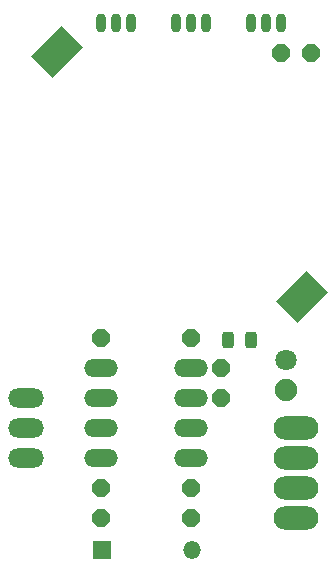
<source format=gbr>
%TF.GenerationSoftware,KiCad,Pcbnew,8.0.6*%
%TF.CreationDate,2025-07-11T22:44:48+02:00*%
%TF.ProjectId,PCF8583 1v4,50434638-3538-4332-9031-76342e6b6963,rev?*%
%TF.SameCoordinates,Original*%
%TF.FileFunction,Soldermask,Top*%
%TF.FilePolarity,Negative*%
%FSLAX46Y46*%
G04 Gerber Fmt 4.6, Leading zero omitted, Abs format (unit mm)*
G04 Created by KiCad (PCBNEW 8.0.6) date 2025-07-11 22:44:48*
%MOMM*%
%LPD*%
G01*
G04 APERTURE LIST*
G04 Aperture macros list*
%AMRoundRect*
0 Rectangle with rounded corners*
0 $1 Rounding radius*
0 $2 $3 $4 $5 $6 $7 $8 $9 X,Y pos of 4 corners*
0 Add a 4 corners polygon primitive as box body*
4,1,4,$2,$3,$4,$5,$6,$7,$8,$9,$2,$3,0*
0 Add four circle primitives for the rounded corners*
1,1,$1+$1,$2,$3*
1,1,$1+$1,$4,$5*
1,1,$1+$1,$6,$7*
1,1,$1+$1,$8,$9*
0 Add four rect primitives between the rounded corners*
20,1,$1+$1,$2,$3,$4,$5,0*
20,1,$1+$1,$4,$5,$6,$7,0*
20,1,$1+$1,$6,$7,$8,$9,0*
20,1,$1+$1,$8,$9,$2,$3,0*%
%AMRotRect*
0 Rectangle, with rotation*
0 The origin of the aperture is its center*
0 $1 length*
0 $2 width*
0 $3 Rotation angle, in degrees counterclockwise*
0 Add horizontal line*
21,1,$1,$2,0,0,$3*%
%AMFreePoly0*
4,1,25,0.333266,0.742596,0.345389,0.732242,0.732242,0.345389,0.760749,0.289441,0.762000,0.273547,0.762000,-0.273547,0.742596,-0.333266,0.732242,-0.345389,0.345389,-0.732242,0.289441,-0.760749,0.273547,-0.762000,-0.273547,-0.762000,-0.333266,-0.742596,-0.345389,-0.732242,-0.732242,-0.345389,-0.760749,-0.289441,-0.762000,-0.273547,-0.762000,0.273547,-0.742596,0.333266,-0.732242,0.345389,
-0.345389,0.732242,-0.289441,0.760749,-0.273547,0.762000,0.273547,0.762000,0.333266,0.742596,0.333266,0.742596,$1*%
%AMFreePoly1*
4,1,25,0.391131,0.882296,0.403254,0.871942,0.871942,0.403254,0.900449,0.347306,0.901700,0.331412,0.901700,-0.331412,0.882296,-0.391131,0.871942,-0.403254,0.403254,-0.871942,0.347306,-0.900449,0.331412,-0.901700,-0.331412,-0.901700,-0.391131,-0.882296,-0.403254,-0.871942,-0.871942,-0.403254,-0.900449,-0.347306,-0.901700,-0.331412,-0.901700,0.331412,-0.882296,0.391131,-0.871942,0.403254,
-0.403254,0.871942,-0.347306,0.900449,-0.331412,0.901700,0.331412,0.901700,0.391131,0.882296,0.391131,0.882296,$1*%
G04 Aperture macros list end*
%ADD10RotRect,2.600000X3.600000X315.000000*%
%ADD11R,1.500000X1.500000*%
%ADD12O,1.500000X1.500000*%
%ADD13O,0.903200X1.603200*%
%ADD14FreePoly0,0.000000*%
%ADD15FreePoly0,180.000000*%
%ADD16C,1.803400*%
%ADD17FreePoly1,270.000000*%
%ADD18FreePoly0,270.000000*%
%ADD19O,2.844800X1.524000*%
%ADD20RoundRect,0.243750X0.243750X0.456250X-0.243750X0.456250X-0.243750X-0.456250X0.243750X-0.456250X0*%
%ADD21O,3.803200X2.003200*%
%ADD22O,3.048000X1.625600*%
G04 APERTURE END LIST*
D10*
%TO.C,CR2032*%
X160609114Y-106609114D03*
X139890886Y-85890886D03*
%TD*%
D11*
%TO.C,D1*%
X143685000Y-128000000D03*
D12*
X151305000Y-128000000D03*
%TD*%
D13*
%TO.C,IC4*%
X158826100Y-83408600D03*
X157556100Y-83408600D03*
X156286100Y-83408600D03*
%TD*%
D14*
%TO.C,R1*%
X143586100Y-110078600D03*
X151206100Y-110078600D03*
%TD*%
D13*
%TO.C,IC3*%
X152476100Y-83408600D03*
X151206100Y-83408600D03*
X149936100Y-83408600D03*
%TD*%
D14*
%TO.C,C2*%
X158826100Y-85948600D03*
X161366100Y-85948600D03*
%TD*%
D13*
%TO.C,IC2*%
X146126100Y-83408600D03*
X144856100Y-83408600D03*
X143586100Y-83408600D03*
%TD*%
D15*
%TO.C,R2*%
X151206100Y-122778600D03*
X143586100Y-122778600D03*
%TD*%
D16*
%TO.C,C3*%
X159250000Y-111980000D03*
D17*
X159250000Y-114520000D03*
%TD*%
D15*
%TO.C,R3*%
X151206100Y-125318600D03*
X143586100Y-125318600D03*
%TD*%
D18*
%TO.C,C1*%
X153746100Y-112618600D03*
X153746100Y-115158600D03*
%TD*%
D19*
%TO.C,IC1*%
X143586100Y-112618600D03*
X143586100Y-115158600D03*
X143586100Y-117698600D03*
X143586100Y-120238600D03*
X151206100Y-120238600D03*
X151206100Y-117698600D03*
X151206100Y-115158600D03*
X151206100Y-112618600D03*
%TD*%
D20*
%TO.C,D2*%
X154375000Y-110250000D03*
X156250000Y-110250000D03*
%TD*%
D21*
%TO.C,X2*%
X160096100Y-117698600D03*
X160096100Y-120238600D03*
X160096100Y-122778600D03*
X160096100Y-125318600D03*
%TD*%
D22*
%TO.C,J2*%
X137236100Y-115158600D03*
X137236100Y-117698600D03*
X137236100Y-120238600D03*
%TD*%
M02*

</source>
